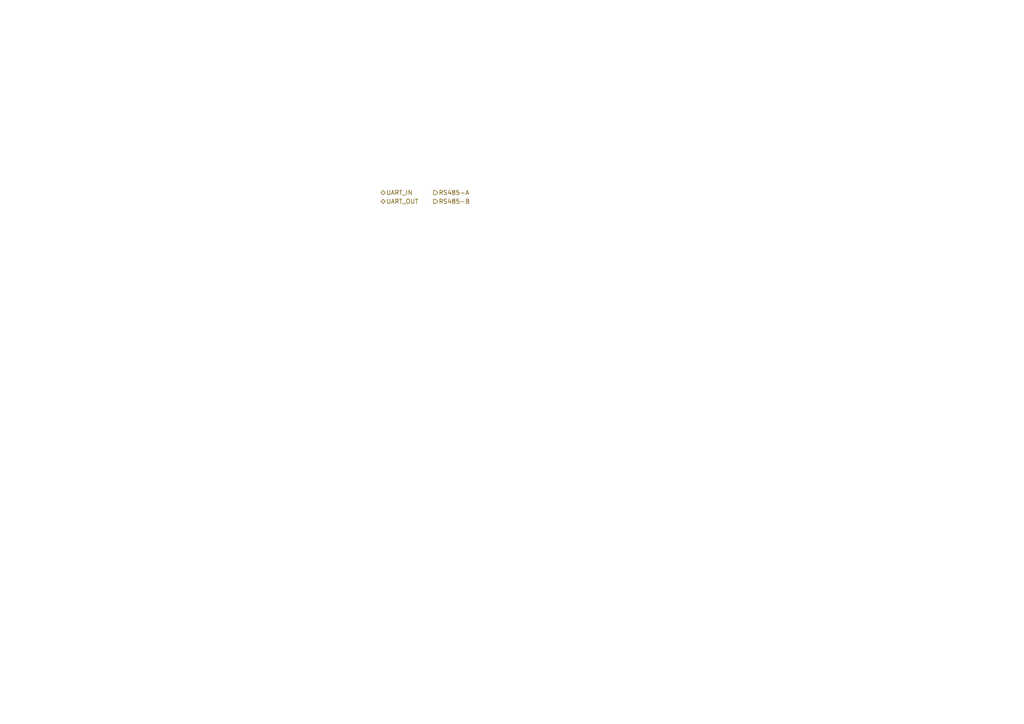
<source format=kicad_sch>
(kicad_sch
	(version 20231120)
	(generator "eeschema")
	(generator_version "8.0")
	(uuid "677cceff-57ed-4b13-be96-e91c48948e39")
	(paper "A4")
	(lib_symbols)
	(hierarchical_label "UART_OUT"
		(shape bidirectional)
		(at 110.49 58.42 0)
		(fields_autoplaced yes)
		(effects
			(font
				(size 1.27 1.27)
			)
			(justify left)
		)
		(uuid "53873510-6069-47c0-958b-789ff78eb88c")
	)
	(hierarchical_label "RS485-B"
		(shape output)
		(at 125.73 58.42 0)
		(fields_autoplaced yes)
		(effects
			(font
				(size 1.27 1.27)
			)
			(justify left)
		)
		(uuid "9c8b64e9-844c-46a0-b785-2bbc305bc5df")
	)
	(hierarchical_label "RS485-A"
		(shape output)
		(at 125.73 55.88 0)
		(fields_autoplaced yes)
		(effects
			(font
				(size 1.27 1.27)
			)
			(justify left)
		)
		(uuid "d5746538-ad6a-4422-a968-9fa2c2a2afb3")
	)
	(hierarchical_label "UART_IN"
		(shape bidirectional)
		(at 110.49 55.88 0)
		(fields_autoplaced yes)
		(effects
			(font
				(size 1.27 1.27)
			)
			(justify left)
		)
		(uuid "dab28d74-f602-4dc5-a3a9-0bdafdea2004")
	)
)

</source>
